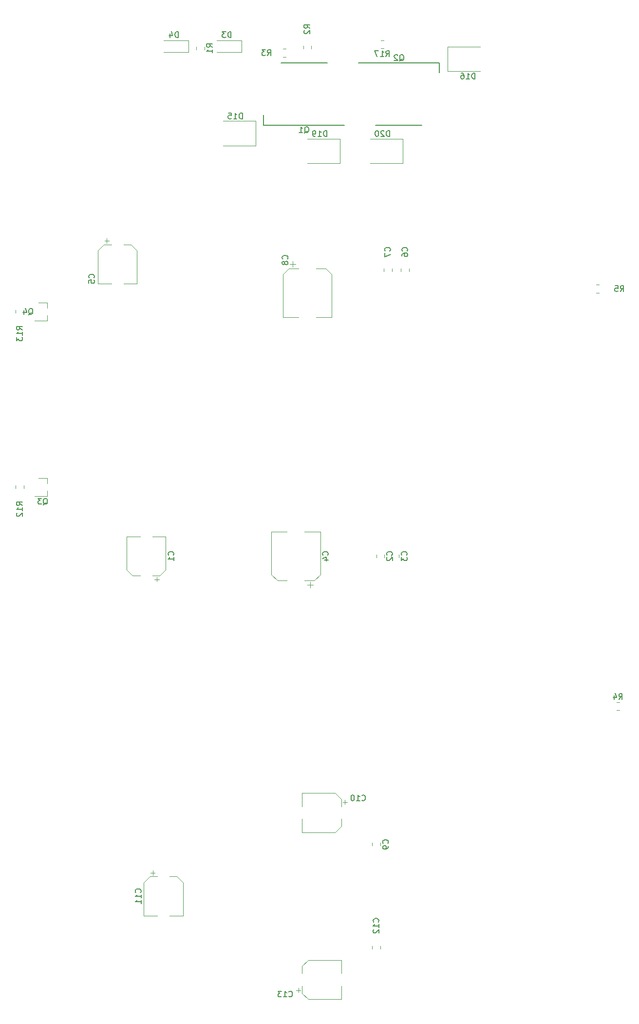
<source format=gbr>
G04 #@! TF.GenerationSoftware,KiCad,Pcbnew,(5.0.2)-1*
G04 #@! TF.CreationDate,2019-05-10T13:14:30+02:00*
G04 #@! TF.ProjectId,logika_main,6c6f6769-6b61-45f6-9d61-696e2e6b6963,rev?*
G04 #@! TF.SameCoordinates,Original*
G04 #@! TF.FileFunction,Legend,Bot*
G04 #@! TF.FilePolarity,Positive*
%FSLAX46Y46*%
G04 Gerber Fmt 4.6, Leading zero omitted, Abs format (unit mm)*
G04 Created by KiCad (PCBNEW (5.0.2)-1) date 10.05.2019 13:14:30*
%MOMM*%
%LPD*%
G01*
G04 APERTURE LIST*
%ADD10C,0.120000*%
%ADD11C,0.150000*%
G04 APERTURE END LIST*
D10*
G04 #@! TO.C,R2*
X78284000Y-26699922D02*
X78284000Y-27217078D01*
X79704000Y-26699922D02*
X79704000Y-27217078D01*
G04 #@! TO.C,R3*
X75315078Y-27186000D02*
X74797922Y-27186000D01*
X75315078Y-28606000D02*
X74797922Y-28606000D01*
G04 #@! TO.C,R13*
X28284000Y-73092078D02*
X28284000Y-72574922D01*
X29704000Y-73092078D02*
X29704000Y-72574922D01*
G04 #@! TO.C,Q4*
X33754000Y-71266000D02*
X32294000Y-71266000D01*
X33754000Y-74426000D02*
X31594000Y-74426000D01*
X33754000Y-74426000D02*
X33754000Y-73496000D01*
X33754000Y-71266000D02*
X33754000Y-72196000D01*
G04 #@! TO.C,R5*
X129690078Y-68186000D02*
X129172922Y-68186000D01*
X129690078Y-69606000D02*
X129172922Y-69606000D01*
G04 #@! TO.C,C1*
X53235250Y-119359750D02*
X52447750Y-119359750D01*
X52841500Y-119753500D02*
X52841500Y-118966000D01*
X48648437Y-118726000D02*
X47584000Y-117661563D01*
X53339563Y-118726000D02*
X54404000Y-117661563D01*
X53339563Y-118726000D02*
X52054000Y-118726000D01*
X48648437Y-118726000D02*
X49934000Y-118726000D01*
X47584000Y-117661563D02*
X47584000Y-111906000D01*
X54404000Y-117661563D02*
X54404000Y-111906000D01*
X54404000Y-111906000D02*
X52054000Y-111906000D01*
X47584000Y-111906000D02*
X49934000Y-111906000D01*
G04 #@! TO.C,C2*
X90984000Y-115574578D02*
X90984000Y-115057422D01*
X92404000Y-115574578D02*
X92404000Y-115057422D01*
G04 #@! TO.C,C4*
X72734000Y-111056000D02*
X75484000Y-111056000D01*
X81254000Y-111056000D02*
X78504000Y-111056000D01*
X81254000Y-118511563D02*
X81254000Y-111056000D01*
X72734000Y-118511563D02*
X72734000Y-111056000D01*
X73798437Y-119576000D02*
X75484000Y-119576000D01*
X80189563Y-119576000D02*
X78504000Y-119576000D01*
X80189563Y-119576000D02*
X81254000Y-118511563D01*
X73798437Y-119576000D02*
X72734000Y-118511563D01*
X79504000Y-120816000D02*
X79504000Y-119816000D01*
X80004000Y-120316000D02*
X79004000Y-120316000D01*
G04 #@! TO.C,C3*
X93524000Y-115574578D02*
X93524000Y-115057422D01*
X94944000Y-115574578D02*
X94944000Y-115057422D01*
G04 #@! TO.C,C5*
X43752750Y-60552250D02*
X44540250Y-60552250D01*
X44146500Y-60158500D02*
X44146500Y-60946000D01*
X48339563Y-61186000D02*
X49404000Y-62250437D01*
X43648437Y-61186000D02*
X42584000Y-62250437D01*
X43648437Y-61186000D02*
X44934000Y-61186000D01*
X48339563Y-61186000D02*
X47054000Y-61186000D01*
X49404000Y-62250437D02*
X49404000Y-68006000D01*
X42584000Y-62250437D02*
X42584000Y-68006000D01*
X42584000Y-68006000D02*
X44934000Y-68006000D01*
X49404000Y-68006000D02*
X47054000Y-68006000D01*
G04 #@! TO.C,C6*
X96704000Y-65399922D02*
X96704000Y-65917078D01*
X95284000Y-65399922D02*
X95284000Y-65917078D01*
G04 #@! TO.C,C7*
X92284000Y-65399922D02*
X92284000Y-65917078D01*
X93704000Y-65399922D02*
X93704000Y-65917078D01*
G04 #@! TO.C,C8*
X75984000Y-64596000D02*
X76984000Y-64596000D01*
X76484000Y-64096000D02*
X76484000Y-65096000D01*
X82189563Y-65336000D02*
X83254000Y-66400437D01*
X75798437Y-65336000D02*
X74734000Y-66400437D01*
X75798437Y-65336000D02*
X77484000Y-65336000D01*
X82189563Y-65336000D02*
X80504000Y-65336000D01*
X83254000Y-66400437D02*
X83254000Y-73856000D01*
X74734000Y-66400437D02*
X74734000Y-73856000D01*
X74734000Y-73856000D02*
X77484000Y-73856000D01*
X83254000Y-73856000D02*
X80504000Y-73856000D01*
G04 #@! TO.C,C9*
X91704000Y-165654578D02*
X91704000Y-165137422D01*
X90284000Y-165654578D02*
X90284000Y-165137422D01*
G04 #@! TO.C,C10*
X85537750Y-157654750D02*
X85537750Y-158442250D01*
X85931500Y-158048500D02*
X85144000Y-158048500D01*
X84904000Y-162241563D02*
X83839563Y-163306000D01*
X84904000Y-157550437D02*
X83839563Y-156486000D01*
X84904000Y-157550437D02*
X84904000Y-158836000D01*
X84904000Y-162241563D02*
X84904000Y-160956000D01*
X83839563Y-163306000D02*
X78084000Y-163306000D01*
X83839563Y-156486000D02*
X78084000Y-156486000D01*
X78084000Y-156486000D02*
X78084000Y-158836000D01*
X78084000Y-163306000D02*
X78084000Y-160956000D01*
G04 #@! TO.C,C11*
X57404000Y-177806000D02*
X55054000Y-177806000D01*
X50584000Y-177806000D02*
X52934000Y-177806000D01*
X50584000Y-172050437D02*
X50584000Y-177806000D01*
X57404000Y-172050437D02*
X57404000Y-177806000D01*
X56339563Y-170986000D02*
X55054000Y-170986000D01*
X51648437Y-170986000D02*
X52934000Y-170986000D01*
X51648437Y-170986000D02*
X50584000Y-172050437D01*
X56339563Y-170986000D02*
X57404000Y-172050437D01*
X52146500Y-169958500D02*
X52146500Y-170746000D01*
X51752750Y-170352250D02*
X52540250Y-170352250D01*
G04 #@! TO.C,C12*
X90284000Y-183592078D02*
X90284000Y-183074922D01*
X91704000Y-183592078D02*
X91704000Y-183074922D01*
G04 #@! TO.C,C13*
X84904000Y-185486000D02*
X84904000Y-187836000D01*
X84904000Y-192306000D02*
X84904000Y-189956000D01*
X79148437Y-192306000D02*
X84904000Y-192306000D01*
X79148437Y-185486000D02*
X84904000Y-185486000D01*
X78084000Y-186550437D02*
X78084000Y-187836000D01*
X78084000Y-191241563D02*
X78084000Y-189956000D01*
X78084000Y-191241563D02*
X79148437Y-192306000D01*
X78084000Y-186550437D02*
X79148437Y-185486000D01*
X77056500Y-190743500D02*
X77844000Y-190743500D01*
X77450250Y-191137250D02*
X77450250Y-190349750D01*
G04 #@! TO.C,D3*
X67554000Y-27766000D02*
X63254000Y-27766000D01*
X67554000Y-25766000D02*
X67554000Y-27766000D01*
X63254000Y-25766000D02*
X67554000Y-25766000D01*
G04 #@! TO.C,D4*
X58354000Y-27766000D02*
X54054000Y-27766000D01*
X58354000Y-25766000D02*
X58354000Y-27766000D01*
X54054000Y-25766000D02*
X58354000Y-25766000D01*
D11*
G04 #@! TO.C,Q1*
X74464000Y-29635196D02*
X82464000Y-29635196D01*
X85464000Y-40435196D02*
X71364000Y-40435196D01*
X71364000Y-40435196D02*
X71364000Y-38735196D01*
G04 #@! TO.C,Q2*
X98874000Y-40435196D02*
X90874000Y-40435196D01*
X87874000Y-29635196D02*
X101974000Y-29635196D01*
X101974000Y-29635196D02*
X101974000Y-31335196D01*
D10*
G04 #@! TO.C,Q3*
X33754000Y-101766000D02*
X32294000Y-101766000D01*
X33754000Y-104926000D02*
X31594000Y-104926000D01*
X33754000Y-104926000D02*
X33754000Y-103996000D01*
X33754000Y-101766000D02*
X33754000Y-102696000D01*
G04 #@! TO.C,R1*
X59694000Y-27357078D02*
X59694000Y-26839922D01*
X61114000Y-27357078D02*
X61114000Y-26839922D01*
G04 #@! TO.C,R4*
X133252578Y-142106000D02*
X132735422Y-142106000D01*
X133252578Y-140686000D02*
X132735422Y-140686000D01*
G04 #@! TO.C,R12*
X28284000Y-103592078D02*
X28284000Y-103074922D01*
X29704000Y-103592078D02*
X29704000Y-103074922D01*
G04 #@! TO.C,D15*
X70044000Y-39746000D02*
X64344000Y-39746000D01*
X70044000Y-44046000D02*
X64344000Y-44046000D01*
X70044000Y-39746000D02*
X70044000Y-44046000D01*
G04 #@! TO.C,D16*
X103384000Y-31106000D02*
X103384000Y-26806000D01*
X103384000Y-26806000D02*
X109084000Y-26806000D01*
X103384000Y-31106000D02*
X109084000Y-31106000D01*
G04 #@! TO.C,R17*
X91767922Y-27126000D02*
X92285078Y-27126000D01*
X91767922Y-25706000D02*
X92285078Y-25706000D01*
G04 #@! TO.C,D19*
X84712000Y-42808000D02*
X84712000Y-47108000D01*
X84712000Y-47108000D02*
X79012000Y-47108000D01*
X84712000Y-42808000D02*
X79012000Y-42808000D01*
G04 #@! TO.C,D20*
X95616000Y-42808000D02*
X89916000Y-42808000D01*
X95616000Y-47108000D02*
X89916000Y-47108000D01*
X95616000Y-42808000D02*
X95616000Y-47108000D01*
G04 #@! TO.C,R2*
D11*
X79446380Y-23616833D02*
X78970190Y-23283500D01*
X79446380Y-23045404D02*
X78446380Y-23045404D01*
X78446380Y-23426357D01*
X78494000Y-23521595D01*
X78541619Y-23569214D01*
X78636857Y-23616833D01*
X78779714Y-23616833D01*
X78874952Y-23569214D01*
X78922571Y-23521595D01*
X78970190Y-23426357D01*
X78970190Y-23045404D01*
X78541619Y-23997785D02*
X78494000Y-24045404D01*
X78446380Y-24140642D01*
X78446380Y-24378738D01*
X78494000Y-24473976D01*
X78541619Y-24521595D01*
X78636857Y-24569214D01*
X78732095Y-24569214D01*
X78874952Y-24521595D01*
X79446380Y-23950166D01*
X79446380Y-24569214D01*
G04 #@! TO.C,R3*
X72048166Y-28348380D02*
X72381500Y-27872190D01*
X72619595Y-28348380D02*
X72619595Y-27348380D01*
X72238642Y-27348380D01*
X72143404Y-27396000D01*
X72095785Y-27443619D01*
X72048166Y-27538857D01*
X72048166Y-27681714D01*
X72095785Y-27776952D01*
X72143404Y-27824571D01*
X72238642Y-27872190D01*
X72619595Y-27872190D01*
X71714833Y-27348380D02*
X71095785Y-27348380D01*
X71429119Y-27729333D01*
X71286261Y-27729333D01*
X71191023Y-27776952D01*
X71143404Y-27824571D01*
X71095785Y-27919809D01*
X71095785Y-28157904D01*
X71143404Y-28253142D01*
X71191023Y-28300761D01*
X71286261Y-28348380D01*
X71571976Y-28348380D01*
X71667214Y-28300761D01*
X71714833Y-28253142D01*
G04 #@! TO.C,R13*
X29446380Y-76000642D02*
X28970190Y-75667309D01*
X29446380Y-75429214D02*
X28446380Y-75429214D01*
X28446380Y-75810166D01*
X28494000Y-75905404D01*
X28541619Y-75953023D01*
X28636857Y-76000642D01*
X28779714Y-76000642D01*
X28874952Y-75953023D01*
X28922571Y-75905404D01*
X28970190Y-75810166D01*
X28970190Y-75429214D01*
X29446380Y-76953023D02*
X29446380Y-76381595D01*
X29446380Y-76667309D02*
X28446380Y-76667309D01*
X28589238Y-76572071D01*
X28684476Y-76476833D01*
X28732095Y-76381595D01*
X28446380Y-77286357D02*
X28446380Y-77905404D01*
X28827333Y-77572071D01*
X28827333Y-77714928D01*
X28874952Y-77810166D01*
X28922571Y-77857785D01*
X29017809Y-77905404D01*
X29255904Y-77905404D01*
X29351142Y-77857785D01*
X29398761Y-77810166D01*
X29446380Y-77714928D01*
X29446380Y-77429214D01*
X29398761Y-77333976D01*
X29351142Y-77286357D01*
G04 #@! TO.C,Q4*
X30549238Y-73393619D02*
X30644476Y-73346000D01*
X30739714Y-73250761D01*
X30882571Y-73107904D01*
X30977809Y-73060285D01*
X31073047Y-73060285D01*
X31025428Y-73298380D02*
X31120666Y-73250761D01*
X31215904Y-73155523D01*
X31263523Y-72965047D01*
X31263523Y-72631714D01*
X31215904Y-72441238D01*
X31120666Y-72346000D01*
X31025428Y-72298380D01*
X30834952Y-72298380D01*
X30739714Y-72346000D01*
X30644476Y-72441238D01*
X30596857Y-72631714D01*
X30596857Y-72965047D01*
X30644476Y-73155523D01*
X30739714Y-73250761D01*
X30834952Y-73298380D01*
X31025428Y-73298380D01*
X29739714Y-72631714D02*
X29739714Y-73298380D01*
X29977809Y-72250761D02*
X30215904Y-72965047D01*
X29596857Y-72965047D01*
G04 #@! TO.C,R5*
X133408166Y-69348380D02*
X133741500Y-68872190D01*
X133979595Y-69348380D02*
X133979595Y-68348380D01*
X133598642Y-68348380D01*
X133503404Y-68396000D01*
X133455785Y-68443619D01*
X133408166Y-68538857D01*
X133408166Y-68681714D01*
X133455785Y-68776952D01*
X133503404Y-68824571D01*
X133598642Y-68872190D01*
X133979595Y-68872190D01*
X132503404Y-68348380D02*
X132979595Y-68348380D01*
X133027214Y-68824571D01*
X132979595Y-68776952D01*
X132884357Y-68729333D01*
X132646261Y-68729333D01*
X132551023Y-68776952D01*
X132503404Y-68824571D01*
X132455785Y-68919809D01*
X132455785Y-69157904D01*
X132503404Y-69253142D01*
X132551023Y-69300761D01*
X132646261Y-69348380D01*
X132884357Y-69348380D01*
X132979595Y-69300761D01*
X133027214Y-69253142D01*
G04 #@! TO.C,C1*
X55701142Y-115149333D02*
X55748761Y-115101714D01*
X55796380Y-114958857D01*
X55796380Y-114863619D01*
X55748761Y-114720761D01*
X55653523Y-114625523D01*
X55558285Y-114577904D01*
X55367809Y-114530285D01*
X55224952Y-114530285D01*
X55034476Y-114577904D01*
X54939238Y-114625523D01*
X54844000Y-114720761D01*
X54796380Y-114863619D01*
X54796380Y-114958857D01*
X54844000Y-115101714D01*
X54891619Y-115149333D01*
X55796380Y-116101714D02*
X55796380Y-115530285D01*
X55796380Y-115816000D02*
X54796380Y-115816000D01*
X54939238Y-115720761D01*
X55034476Y-115625523D01*
X55082095Y-115530285D01*
G04 #@! TO.C,C2*
X93701142Y-115149333D02*
X93748761Y-115101714D01*
X93796380Y-114958857D01*
X93796380Y-114863619D01*
X93748761Y-114720761D01*
X93653523Y-114625523D01*
X93558285Y-114577904D01*
X93367809Y-114530285D01*
X93224952Y-114530285D01*
X93034476Y-114577904D01*
X92939238Y-114625523D01*
X92844000Y-114720761D01*
X92796380Y-114863619D01*
X92796380Y-114958857D01*
X92844000Y-115101714D01*
X92891619Y-115149333D01*
X92891619Y-115530285D02*
X92844000Y-115577904D01*
X92796380Y-115673142D01*
X92796380Y-115911238D01*
X92844000Y-116006476D01*
X92891619Y-116054095D01*
X92986857Y-116101714D01*
X93082095Y-116101714D01*
X93224952Y-116054095D01*
X93796380Y-115482666D01*
X93796380Y-116101714D01*
G04 #@! TO.C,C4*
X82551142Y-115149333D02*
X82598761Y-115101714D01*
X82646380Y-114958857D01*
X82646380Y-114863619D01*
X82598761Y-114720761D01*
X82503523Y-114625523D01*
X82408285Y-114577904D01*
X82217809Y-114530285D01*
X82074952Y-114530285D01*
X81884476Y-114577904D01*
X81789238Y-114625523D01*
X81694000Y-114720761D01*
X81646380Y-114863619D01*
X81646380Y-114958857D01*
X81694000Y-115101714D01*
X81741619Y-115149333D01*
X81979714Y-116006476D02*
X82646380Y-116006476D01*
X81598761Y-115768380D02*
X82313047Y-115530285D01*
X82313047Y-116149333D01*
G04 #@! TO.C,C3*
X96241142Y-115149333D02*
X96288761Y-115101714D01*
X96336380Y-114958857D01*
X96336380Y-114863619D01*
X96288761Y-114720761D01*
X96193523Y-114625523D01*
X96098285Y-114577904D01*
X95907809Y-114530285D01*
X95764952Y-114530285D01*
X95574476Y-114577904D01*
X95479238Y-114625523D01*
X95384000Y-114720761D01*
X95336380Y-114863619D01*
X95336380Y-114958857D01*
X95384000Y-115101714D01*
X95431619Y-115149333D01*
X95336380Y-115482666D02*
X95336380Y-116101714D01*
X95717333Y-115768380D01*
X95717333Y-115911238D01*
X95764952Y-116006476D01*
X95812571Y-116054095D01*
X95907809Y-116101714D01*
X96145904Y-116101714D01*
X96241142Y-116054095D01*
X96288761Y-116006476D01*
X96336380Y-115911238D01*
X96336380Y-115625523D01*
X96288761Y-115530285D01*
X96241142Y-115482666D01*
G04 #@! TO.C,C5*
X41906142Y-66969333D02*
X41953761Y-66921714D01*
X42001380Y-66778857D01*
X42001380Y-66683619D01*
X41953761Y-66540761D01*
X41858523Y-66445523D01*
X41763285Y-66397904D01*
X41572809Y-66350285D01*
X41429952Y-66350285D01*
X41239476Y-66397904D01*
X41144238Y-66445523D01*
X41049000Y-66540761D01*
X41001380Y-66683619D01*
X41001380Y-66778857D01*
X41049000Y-66921714D01*
X41096619Y-66969333D01*
X41001380Y-67874095D02*
X41001380Y-67397904D01*
X41477571Y-67350285D01*
X41429952Y-67397904D01*
X41382333Y-67493142D01*
X41382333Y-67731238D01*
X41429952Y-67826476D01*
X41477571Y-67874095D01*
X41572809Y-67921714D01*
X41810904Y-67921714D01*
X41906142Y-67874095D01*
X41953761Y-67826476D01*
X42001380Y-67731238D01*
X42001380Y-67493142D01*
X41953761Y-67397904D01*
X41906142Y-67350285D01*
G04 #@! TO.C,C6*
X96351142Y-62316833D02*
X96398761Y-62269214D01*
X96446380Y-62126357D01*
X96446380Y-62031119D01*
X96398761Y-61888261D01*
X96303523Y-61793023D01*
X96208285Y-61745404D01*
X96017809Y-61697785D01*
X95874952Y-61697785D01*
X95684476Y-61745404D01*
X95589238Y-61793023D01*
X95494000Y-61888261D01*
X95446380Y-62031119D01*
X95446380Y-62126357D01*
X95494000Y-62269214D01*
X95541619Y-62316833D01*
X95446380Y-63173976D02*
X95446380Y-62983500D01*
X95494000Y-62888261D01*
X95541619Y-62840642D01*
X95684476Y-62745404D01*
X95874952Y-62697785D01*
X96255904Y-62697785D01*
X96351142Y-62745404D01*
X96398761Y-62793023D01*
X96446380Y-62888261D01*
X96446380Y-63078738D01*
X96398761Y-63173976D01*
X96351142Y-63221595D01*
X96255904Y-63269214D01*
X96017809Y-63269214D01*
X95922571Y-63221595D01*
X95874952Y-63173976D01*
X95827333Y-63078738D01*
X95827333Y-62888261D01*
X95874952Y-62793023D01*
X95922571Y-62745404D01*
X96017809Y-62697785D01*
G04 #@! TO.C,C7*
X93351142Y-62316833D02*
X93398761Y-62269214D01*
X93446380Y-62126357D01*
X93446380Y-62031119D01*
X93398761Y-61888261D01*
X93303523Y-61793023D01*
X93208285Y-61745404D01*
X93017809Y-61697785D01*
X92874952Y-61697785D01*
X92684476Y-61745404D01*
X92589238Y-61793023D01*
X92494000Y-61888261D01*
X92446380Y-62031119D01*
X92446380Y-62126357D01*
X92494000Y-62269214D01*
X92541619Y-62316833D01*
X92446380Y-62650166D02*
X92446380Y-63316833D01*
X93446380Y-62888261D01*
G04 #@! TO.C,C8*
X75541142Y-63714333D02*
X75588761Y-63666714D01*
X75636380Y-63523857D01*
X75636380Y-63428619D01*
X75588761Y-63285761D01*
X75493523Y-63190523D01*
X75398285Y-63142904D01*
X75207809Y-63095285D01*
X75064952Y-63095285D01*
X74874476Y-63142904D01*
X74779238Y-63190523D01*
X74684000Y-63285761D01*
X74636380Y-63428619D01*
X74636380Y-63523857D01*
X74684000Y-63666714D01*
X74731619Y-63714333D01*
X75064952Y-64285761D02*
X75017333Y-64190523D01*
X74969714Y-64142904D01*
X74874476Y-64095285D01*
X74826857Y-64095285D01*
X74731619Y-64142904D01*
X74684000Y-64190523D01*
X74636380Y-64285761D01*
X74636380Y-64476238D01*
X74684000Y-64571476D01*
X74731619Y-64619095D01*
X74826857Y-64666714D01*
X74874476Y-64666714D01*
X74969714Y-64619095D01*
X75017333Y-64571476D01*
X75064952Y-64476238D01*
X75064952Y-64285761D01*
X75112571Y-64190523D01*
X75160190Y-64142904D01*
X75255428Y-64095285D01*
X75445904Y-64095285D01*
X75541142Y-64142904D01*
X75588761Y-64190523D01*
X75636380Y-64285761D01*
X75636380Y-64476238D01*
X75588761Y-64571476D01*
X75541142Y-64619095D01*
X75445904Y-64666714D01*
X75255428Y-64666714D01*
X75160190Y-64619095D01*
X75112571Y-64571476D01*
X75064952Y-64476238D01*
G04 #@! TO.C,C9*
X93001142Y-165229333D02*
X93048761Y-165181714D01*
X93096380Y-165038857D01*
X93096380Y-164943619D01*
X93048761Y-164800761D01*
X92953523Y-164705523D01*
X92858285Y-164657904D01*
X92667809Y-164610285D01*
X92524952Y-164610285D01*
X92334476Y-164657904D01*
X92239238Y-164705523D01*
X92144000Y-164800761D01*
X92096380Y-164943619D01*
X92096380Y-165038857D01*
X92144000Y-165181714D01*
X92191619Y-165229333D01*
X93096380Y-165705523D02*
X93096380Y-165896000D01*
X93048761Y-165991238D01*
X93001142Y-166038857D01*
X92858285Y-166134095D01*
X92667809Y-166181714D01*
X92286857Y-166181714D01*
X92191619Y-166134095D01*
X92144000Y-166086476D01*
X92096380Y-165991238D01*
X92096380Y-165800761D01*
X92144000Y-165705523D01*
X92191619Y-165657904D01*
X92286857Y-165610285D01*
X92524952Y-165610285D01*
X92620190Y-165657904D01*
X92667809Y-165705523D01*
X92715428Y-165800761D01*
X92715428Y-165991238D01*
X92667809Y-166086476D01*
X92620190Y-166134095D01*
X92524952Y-166181714D01*
G04 #@! TO.C,C10*
X88486857Y-157713142D02*
X88534476Y-157760761D01*
X88677333Y-157808380D01*
X88772571Y-157808380D01*
X88915428Y-157760761D01*
X89010666Y-157665523D01*
X89058285Y-157570285D01*
X89105904Y-157379809D01*
X89105904Y-157236952D01*
X89058285Y-157046476D01*
X89010666Y-156951238D01*
X88915428Y-156856000D01*
X88772571Y-156808380D01*
X88677333Y-156808380D01*
X88534476Y-156856000D01*
X88486857Y-156903619D01*
X87534476Y-157808380D02*
X88105904Y-157808380D01*
X87820190Y-157808380D02*
X87820190Y-156808380D01*
X87915428Y-156951238D01*
X88010666Y-157046476D01*
X88105904Y-157094095D01*
X86915428Y-156808380D02*
X86820190Y-156808380D01*
X86724952Y-156856000D01*
X86677333Y-156903619D01*
X86629714Y-156998857D01*
X86582095Y-157189333D01*
X86582095Y-157427428D01*
X86629714Y-157617904D01*
X86677333Y-157713142D01*
X86724952Y-157760761D01*
X86820190Y-157808380D01*
X86915428Y-157808380D01*
X87010666Y-157760761D01*
X87058285Y-157713142D01*
X87105904Y-157617904D01*
X87153523Y-157427428D01*
X87153523Y-157189333D01*
X87105904Y-156998857D01*
X87058285Y-156903619D01*
X87010666Y-156856000D01*
X86915428Y-156808380D01*
G04 #@! TO.C,C11*
X50001142Y-173753142D02*
X50048761Y-173705523D01*
X50096380Y-173562666D01*
X50096380Y-173467428D01*
X50048761Y-173324571D01*
X49953523Y-173229333D01*
X49858285Y-173181714D01*
X49667809Y-173134095D01*
X49524952Y-173134095D01*
X49334476Y-173181714D01*
X49239238Y-173229333D01*
X49144000Y-173324571D01*
X49096380Y-173467428D01*
X49096380Y-173562666D01*
X49144000Y-173705523D01*
X49191619Y-173753142D01*
X50096380Y-174705523D02*
X50096380Y-174134095D01*
X50096380Y-174419809D02*
X49096380Y-174419809D01*
X49239238Y-174324571D01*
X49334476Y-174229333D01*
X49382095Y-174134095D01*
X50096380Y-175657904D02*
X50096380Y-175086476D01*
X50096380Y-175372190D02*
X49096380Y-175372190D01*
X49239238Y-175276952D01*
X49334476Y-175181714D01*
X49382095Y-175086476D01*
G04 #@! TO.C,C12*
X91351142Y-178880642D02*
X91398761Y-178833023D01*
X91446380Y-178690166D01*
X91446380Y-178594928D01*
X91398761Y-178452071D01*
X91303523Y-178356833D01*
X91208285Y-178309214D01*
X91017809Y-178261595D01*
X90874952Y-178261595D01*
X90684476Y-178309214D01*
X90589238Y-178356833D01*
X90494000Y-178452071D01*
X90446380Y-178594928D01*
X90446380Y-178690166D01*
X90494000Y-178833023D01*
X90541619Y-178880642D01*
X91446380Y-179833023D02*
X91446380Y-179261595D01*
X91446380Y-179547309D02*
X90446380Y-179547309D01*
X90589238Y-179452071D01*
X90684476Y-179356833D01*
X90732095Y-179261595D01*
X90541619Y-180213976D02*
X90494000Y-180261595D01*
X90446380Y-180356833D01*
X90446380Y-180594928D01*
X90494000Y-180690166D01*
X90541619Y-180737785D01*
X90636857Y-180785404D01*
X90732095Y-180785404D01*
X90874952Y-180737785D01*
X91446380Y-180166357D01*
X91446380Y-180785404D01*
G04 #@! TO.C,C13*
X75786857Y-191793142D02*
X75834476Y-191840761D01*
X75977333Y-191888380D01*
X76072571Y-191888380D01*
X76215428Y-191840761D01*
X76310666Y-191745523D01*
X76358285Y-191650285D01*
X76405904Y-191459809D01*
X76405904Y-191316952D01*
X76358285Y-191126476D01*
X76310666Y-191031238D01*
X76215428Y-190936000D01*
X76072571Y-190888380D01*
X75977333Y-190888380D01*
X75834476Y-190936000D01*
X75786857Y-190983619D01*
X74834476Y-191888380D02*
X75405904Y-191888380D01*
X75120190Y-191888380D02*
X75120190Y-190888380D01*
X75215428Y-191031238D01*
X75310666Y-191126476D01*
X75405904Y-191174095D01*
X74501142Y-190888380D02*
X73882095Y-190888380D01*
X74215428Y-191269333D01*
X74072571Y-191269333D01*
X73977333Y-191316952D01*
X73929714Y-191364571D01*
X73882095Y-191459809D01*
X73882095Y-191697904D01*
X73929714Y-191793142D01*
X73977333Y-191840761D01*
X74072571Y-191888380D01*
X74358285Y-191888380D01*
X74453523Y-191840761D01*
X74501142Y-191793142D01*
G04 #@! TO.C,D3*
X65742095Y-25218380D02*
X65742095Y-24218380D01*
X65504000Y-24218380D01*
X65361142Y-24266000D01*
X65265904Y-24361238D01*
X65218285Y-24456476D01*
X65170666Y-24646952D01*
X65170666Y-24789809D01*
X65218285Y-24980285D01*
X65265904Y-25075523D01*
X65361142Y-25170761D01*
X65504000Y-25218380D01*
X65742095Y-25218380D01*
X64837333Y-24218380D02*
X64218285Y-24218380D01*
X64551619Y-24599333D01*
X64408761Y-24599333D01*
X64313523Y-24646952D01*
X64265904Y-24694571D01*
X64218285Y-24789809D01*
X64218285Y-25027904D01*
X64265904Y-25123142D01*
X64313523Y-25170761D01*
X64408761Y-25218380D01*
X64694476Y-25218380D01*
X64789714Y-25170761D01*
X64837333Y-25123142D01*
G04 #@! TO.C,D4*
X56542095Y-25218380D02*
X56542095Y-24218380D01*
X56304000Y-24218380D01*
X56161142Y-24266000D01*
X56065904Y-24361238D01*
X56018285Y-24456476D01*
X55970666Y-24646952D01*
X55970666Y-24789809D01*
X56018285Y-24980285D01*
X56065904Y-25075523D01*
X56161142Y-25170761D01*
X56304000Y-25218380D01*
X56542095Y-25218380D01*
X55113523Y-24551714D02*
X55113523Y-25218380D01*
X55351619Y-24170761D02*
X55589714Y-24885047D01*
X54970666Y-24885047D01*
G04 #@! TO.C,Q1*
X78509238Y-41832815D02*
X78604476Y-41785196D01*
X78699714Y-41689957D01*
X78842571Y-41547100D01*
X78937809Y-41499481D01*
X79033047Y-41499481D01*
X78985428Y-41737576D02*
X79080666Y-41689957D01*
X79175904Y-41594719D01*
X79223523Y-41404243D01*
X79223523Y-41070910D01*
X79175904Y-40880434D01*
X79080666Y-40785196D01*
X78985428Y-40737576D01*
X78794952Y-40737576D01*
X78699714Y-40785196D01*
X78604476Y-40880434D01*
X78556857Y-41070910D01*
X78556857Y-41404243D01*
X78604476Y-41594719D01*
X78699714Y-41689957D01*
X78794952Y-41737576D01*
X78985428Y-41737576D01*
X77604476Y-41737576D02*
X78175904Y-41737576D01*
X77890190Y-41737576D02*
X77890190Y-40737576D01*
X77985428Y-40880434D01*
X78080666Y-40975672D01*
X78175904Y-41023291D01*
G04 #@! TO.C,Q2*
X95019238Y-29332815D02*
X95114476Y-29285196D01*
X95209714Y-29189957D01*
X95352571Y-29047100D01*
X95447809Y-28999481D01*
X95543047Y-28999481D01*
X95495428Y-29237576D02*
X95590666Y-29189957D01*
X95685904Y-29094719D01*
X95733523Y-28904243D01*
X95733523Y-28570910D01*
X95685904Y-28380434D01*
X95590666Y-28285196D01*
X95495428Y-28237576D01*
X95304952Y-28237576D01*
X95209714Y-28285196D01*
X95114476Y-28380434D01*
X95066857Y-28570910D01*
X95066857Y-28904243D01*
X95114476Y-29094719D01*
X95209714Y-29189957D01*
X95304952Y-29237576D01*
X95495428Y-29237576D01*
X94685904Y-28332815D02*
X94638285Y-28285196D01*
X94543047Y-28237576D01*
X94304952Y-28237576D01*
X94209714Y-28285196D01*
X94162095Y-28332815D01*
X94114476Y-28428053D01*
X94114476Y-28523291D01*
X94162095Y-28666148D01*
X94733523Y-29237576D01*
X94114476Y-29237576D01*
G04 #@! TO.C,Q3*
X33089238Y-106393619D02*
X33184476Y-106346000D01*
X33279714Y-106250761D01*
X33422571Y-106107904D01*
X33517809Y-106060285D01*
X33613047Y-106060285D01*
X33565428Y-106298380D02*
X33660666Y-106250761D01*
X33755904Y-106155523D01*
X33803523Y-105965047D01*
X33803523Y-105631714D01*
X33755904Y-105441238D01*
X33660666Y-105346000D01*
X33565428Y-105298380D01*
X33374952Y-105298380D01*
X33279714Y-105346000D01*
X33184476Y-105441238D01*
X33136857Y-105631714D01*
X33136857Y-105965047D01*
X33184476Y-106155523D01*
X33279714Y-106250761D01*
X33374952Y-106298380D01*
X33565428Y-106298380D01*
X32803523Y-105298380D02*
X32184476Y-105298380D01*
X32517809Y-105679333D01*
X32374952Y-105679333D01*
X32279714Y-105726952D01*
X32232095Y-105774571D01*
X32184476Y-105869809D01*
X32184476Y-106107904D01*
X32232095Y-106203142D01*
X32279714Y-106250761D01*
X32374952Y-106298380D01*
X32660666Y-106298380D01*
X32755904Y-106250761D01*
X32803523Y-106203142D01*
G04 #@! TO.C,R1*
X62506380Y-26931833D02*
X62030190Y-26598500D01*
X62506380Y-26360404D02*
X61506380Y-26360404D01*
X61506380Y-26741357D01*
X61554000Y-26836595D01*
X61601619Y-26884214D01*
X61696857Y-26931833D01*
X61839714Y-26931833D01*
X61934952Y-26884214D01*
X61982571Y-26836595D01*
X62030190Y-26741357D01*
X62030190Y-26360404D01*
X62506380Y-27884214D02*
X62506380Y-27312785D01*
X62506380Y-27598500D02*
X61506380Y-27598500D01*
X61649238Y-27503261D01*
X61744476Y-27408023D01*
X61792095Y-27312785D01*
G04 #@! TO.C,R4*
X133160666Y-140198380D02*
X133494000Y-139722190D01*
X133732095Y-140198380D02*
X133732095Y-139198380D01*
X133351142Y-139198380D01*
X133255904Y-139246000D01*
X133208285Y-139293619D01*
X133160666Y-139388857D01*
X133160666Y-139531714D01*
X133208285Y-139626952D01*
X133255904Y-139674571D01*
X133351142Y-139722190D01*
X133732095Y-139722190D01*
X132303523Y-139531714D02*
X132303523Y-140198380D01*
X132541619Y-139150761D02*
X132779714Y-139865047D01*
X132160666Y-139865047D01*
G04 #@! TO.C,R12*
X29446380Y-106500642D02*
X28970190Y-106167309D01*
X29446380Y-105929214D02*
X28446380Y-105929214D01*
X28446380Y-106310166D01*
X28494000Y-106405404D01*
X28541619Y-106453023D01*
X28636857Y-106500642D01*
X28779714Y-106500642D01*
X28874952Y-106453023D01*
X28922571Y-106405404D01*
X28970190Y-106310166D01*
X28970190Y-105929214D01*
X29446380Y-107453023D02*
X29446380Y-106881595D01*
X29446380Y-107167309D02*
X28446380Y-107167309D01*
X28589238Y-107072071D01*
X28684476Y-106976833D01*
X28732095Y-106881595D01*
X28541619Y-107833976D02*
X28494000Y-107881595D01*
X28446380Y-107976833D01*
X28446380Y-108214928D01*
X28494000Y-108310166D01*
X28541619Y-108357785D01*
X28636857Y-108405404D01*
X28732095Y-108405404D01*
X28874952Y-108357785D01*
X29446380Y-107786357D01*
X29446380Y-108405404D01*
G04 #@! TO.C,D15*
X67708285Y-39348380D02*
X67708285Y-38348380D01*
X67470190Y-38348380D01*
X67327333Y-38396000D01*
X67232095Y-38491238D01*
X67184476Y-38586476D01*
X67136857Y-38776952D01*
X67136857Y-38919809D01*
X67184476Y-39110285D01*
X67232095Y-39205523D01*
X67327333Y-39300761D01*
X67470190Y-39348380D01*
X67708285Y-39348380D01*
X66184476Y-39348380D02*
X66755904Y-39348380D01*
X66470190Y-39348380D02*
X66470190Y-38348380D01*
X66565428Y-38491238D01*
X66660666Y-38586476D01*
X66755904Y-38634095D01*
X65279714Y-38348380D02*
X65755904Y-38348380D01*
X65803523Y-38824571D01*
X65755904Y-38776952D01*
X65660666Y-38729333D01*
X65422571Y-38729333D01*
X65327333Y-38776952D01*
X65279714Y-38824571D01*
X65232095Y-38919809D01*
X65232095Y-39157904D01*
X65279714Y-39253142D01*
X65327333Y-39300761D01*
X65422571Y-39348380D01*
X65660666Y-39348380D01*
X65755904Y-39300761D01*
X65803523Y-39253142D01*
G04 #@! TO.C,D16*
X108148285Y-32408380D02*
X108148285Y-31408380D01*
X107910190Y-31408380D01*
X107767333Y-31456000D01*
X107672095Y-31551238D01*
X107624476Y-31646476D01*
X107576857Y-31836952D01*
X107576857Y-31979809D01*
X107624476Y-32170285D01*
X107672095Y-32265523D01*
X107767333Y-32360761D01*
X107910190Y-32408380D01*
X108148285Y-32408380D01*
X106624476Y-32408380D02*
X107195904Y-32408380D01*
X106910190Y-32408380D02*
X106910190Y-31408380D01*
X107005428Y-31551238D01*
X107100666Y-31646476D01*
X107195904Y-31694095D01*
X105767333Y-31408380D02*
X105957809Y-31408380D01*
X106053047Y-31456000D01*
X106100666Y-31503619D01*
X106195904Y-31646476D01*
X106243523Y-31836952D01*
X106243523Y-32217904D01*
X106195904Y-32313142D01*
X106148285Y-32360761D01*
X106053047Y-32408380D01*
X105862571Y-32408380D01*
X105767333Y-32360761D01*
X105719714Y-32313142D01*
X105672095Y-32217904D01*
X105672095Y-31979809D01*
X105719714Y-31884571D01*
X105767333Y-31836952D01*
X105862571Y-31789333D01*
X106053047Y-31789333D01*
X106148285Y-31836952D01*
X106195904Y-31884571D01*
X106243523Y-31979809D01*
G04 #@! TO.C,R17*
X92669357Y-28518380D02*
X93002690Y-28042190D01*
X93240785Y-28518380D02*
X93240785Y-27518380D01*
X92859833Y-27518380D01*
X92764595Y-27566000D01*
X92716976Y-27613619D01*
X92669357Y-27708857D01*
X92669357Y-27851714D01*
X92716976Y-27946952D01*
X92764595Y-27994571D01*
X92859833Y-28042190D01*
X93240785Y-28042190D01*
X91716976Y-28518380D02*
X92288404Y-28518380D01*
X92002690Y-28518380D02*
X92002690Y-27518380D01*
X92097928Y-27661238D01*
X92193166Y-27756476D01*
X92288404Y-27804095D01*
X91383642Y-27518380D02*
X90716976Y-27518380D01*
X91145547Y-28518380D01*
G04 #@! TO.C,D19*
X82376285Y-42410380D02*
X82376285Y-41410380D01*
X82138190Y-41410380D01*
X81995333Y-41458000D01*
X81900095Y-41553238D01*
X81852476Y-41648476D01*
X81804857Y-41838952D01*
X81804857Y-41981809D01*
X81852476Y-42172285D01*
X81900095Y-42267523D01*
X81995333Y-42362761D01*
X82138190Y-42410380D01*
X82376285Y-42410380D01*
X80852476Y-42410380D02*
X81423904Y-42410380D01*
X81138190Y-42410380D02*
X81138190Y-41410380D01*
X81233428Y-41553238D01*
X81328666Y-41648476D01*
X81423904Y-41696095D01*
X80376285Y-42410380D02*
X80185809Y-42410380D01*
X80090571Y-42362761D01*
X80042952Y-42315142D01*
X79947714Y-42172285D01*
X79900095Y-41981809D01*
X79900095Y-41600857D01*
X79947714Y-41505619D01*
X79995333Y-41458000D01*
X80090571Y-41410380D01*
X80281047Y-41410380D01*
X80376285Y-41458000D01*
X80423904Y-41505619D01*
X80471523Y-41600857D01*
X80471523Y-41838952D01*
X80423904Y-41934190D01*
X80376285Y-41981809D01*
X80281047Y-42029428D01*
X80090571Y-42029428D01*
X79995333Y-41981809D01*
X79947714Y-41934190D01*
X79900095Y-41838952D01*
G04 #@! TO.C,D20*
X93280285Y-42410380D02*
X93280285Y-41410380D01*
X93042190Y-41410380D01*
X92899333Y-41458000D01*
X92804095Y-41553238D01*
X92756476Y-41648476D01*
X92708857Y-41838952D01*
X92708857Y-41981809D01*
X92756476Y-42172285D01*
X92804095Y-42267523D01*
X92899333Y-42362761D01*
X93042190Y-42410380D01*
X93280285Y-42410380D01*
X92327904Y-41505619D02*
X92280285Y-41458000D01*
X92185047Y-41410380D01*
X91946952Y-41410380D01*
X91851714Y-41458000D01*
X91804095Y-41505619D01*
X91756476Y-41600857D01*
X91756476Y-41696095D01*
X91804095Y-41838952D01*
X92375523Y-42410380D01*
X91756476Y-42410380D01*
X91137428Y-41410380D02*
X91042190Y-41410380D01*
X90946952Y-41458000D01*
X90899333Y-41505619D01*
X90851714Y-41600857D01*
X90804095Y-41791333D01*
X90804095Y-42029428D01*
X90851714Y-42219904D01*
X90899333Y-42315142D01*
X90946952Y-42362761D01*
X91042190Y-42410380D01*
X91137428Y-42410380D01*
X91232666Y-42362761D01*
X91280285Y-42315142D01*
X91327904Y-42219904D01*
X91375523Y-42029428D01*
X91375523Y-41791333D01*
X91327904Y-41600857D01*
X91280285Y-41505619D01*
X91232666Y-41458000D01*
X91137428Y-41410380D01*
G04 #@! TD*
M02*

</source>
